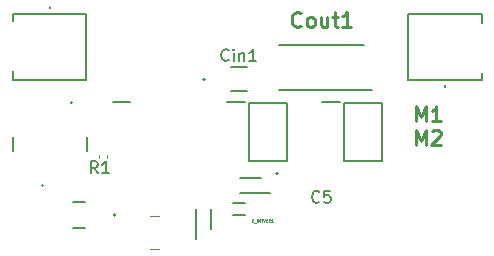
<source format=gbr>
%TF.GenerationSoftware,KiCad,Pcbnew,8.0.8*%
%TF.CreationDate,2025-02-16T12:35:09+01:00*%
%TF.ProjectId,step-down,73746570-2d64-46f7-976e-2e6b69636164,rev?*%
%TF.SameCoordinates,Original*%
%TF.FileFunction,Legend,Top*%
%TF.FilePolarity,Positive*%
%FSLAX46Y46*%
G04 Gerber Fmt 4.6, Leading zero omitted, Abs format (unit mm)*
G04 Created by KiCad (PCBNEW 8.0.8) date 2025-02-16 12:35:09*
%MOMM*%
%LPD*%
G01*
G04 APERTURE LIST*
%ADD10C,0.150000*%
%ADD11C,0.254000*%
%ADD12C,0.060464*%
%ADD13C,0.127000*%
%ADD14C,0.152400*%
%ADD15C,0.100000*%
%ADD16C,0.200000*%
%ADD17C,0.120000*%
G04 APERTURE END LIST*
D10*
X150833333Y-106359580D02*
X150785714Y-106407200D01*
X150785714Y-106407200D02*
X150642857Y-106454819D01*
X150642857Y-106454819D02*
X150547619Y-106454819D01*
X150547619Y-106454819D02*
X150404762Y-106407200D01*
X150404762Y-106407200D02*
X150309524Y-106311961D01*
X150309524Y-106311961D02*
X150261905Y-106216723D01*
X150261905Y-106216723D02*
X150214286Y-106026247D01*
X150214286Y-106026247D02*
X150214286Y-105883390D01*
X150214286Y-105883390D02*
X150261905Y-105692914D01*
X150261905Y-105692914D02*
X150309524Y-105597676D01*
X150309524Y-105597676D02*
X150404762Y-105502438D01*
X150404762Y-105502438D02*
X150547619Y-105454819D01*
X150547619Y-105454819D02*
X150642857Y-105454819D01*
X150642857Y-105454819D02*
X150785714Y-105502438D01*
X150785714Y-105502438D02*
X150833333Y-105550057D01*
X151738095Y-105454819D02*
X151261905Y-105454819D01*
X151261905Y-105454819D02*
X151214286Y-105931009D01*
X151214286Y-105931009D02*
X151261905Y-105883390D01*
X151261905Y-105883390D02*
X151357143Y-105835771D01*
X151357143Y-105835771D02*
X151595238Y-105835771D01*
X151595238Y-105835771D02*
X151690476Y-105883390D01*
X151690476Y-105883390D02*
X151738095Y-105931009D01*
X151738095Y-105931009D02*
X151785714Y-106026247D01*
X151785714Y-106026247D02*
X151785714Y-106264342D01*
X151785714Y-106264342D02*
X151738095Y-106359580D01*
X151738095Y-106359580D02*
X151690476Y-106407200D01*
X151690476Y-106407200D02*
X151595238Y-106454819D01*
X151595238Y-106454819D02*
X151357143Y-106454819D01*
X151357143Y-106454819D02*
X151261905Y-106407200D01*
X151261905Y-106407200D02*
X151214286Y-106359580D01*
D11*
X158971904Y-101574318D02*
X158971904Y-100304318D01*
X158971904Y-100304318D02*
X159395238Y-101211461D01*
X159395238Y-101211461D02*
X159818571Y-100304318D01*
X159818571Y-100304318D02*
X159818571Y-101574318D01*
X160362857Y-100425270D02*
X160423333Y-100364794D01*
X160423333Y-100364794D02*
X160544286Y-100304318D01*
X160544286Y-100304318D02*
X160846667Y-100304318D01*
X160846667Y-100304318D02*
X160967619Y-100364794D01*
X160967619Y-100364794D02*
X161028095Y-100425270D01*
X161028095Y-100425270D02*
X161088572Y-100546222D01*
X161088572Y-100546222D02*
X161088572Y-100667175D01*
X161088572Y-100667175D02*
X161028095Y-100848603D01*
X161028095Y-100848603D02*
X160302381Y-101574318D01*
X160302381Y-101574318D02*
X161088572Y-101574318D01*
X158971904Y-99574318D02*
X158971904Y-98304318D01*
X158971904Y-98304318D02*
X159395238Y-99211461D01*
X159395238Y-99211461D02*
X159818571Y-98304318D01*
X159818571Y-98304318D02*
X159818571Y-99574318D01*
X161088572Y-99574318D02*
X160362857Y-99574318D01*
X160725714Y-99574318D02*
X160725714Y-98304318D01*
X160725714Y-98304318D02*
X160604762Y-98485746D01*
X160604762Y-98485746D02*
X160483810Y-98606699D01*
X160483810Y-98606699D02*
X160362857Y-98667175D01*
D10*
X132058333Y-103954819D02*
X131725000Y-103478628D01*
X131486905Y-103954819D02*
X131486905Y-102954819D01*
X131486905Y-102954819D02*
X131867857Y-102954819D01*
X131867857Y-102954819D02*
X131963095Y-103002438D01*
X131963095Y-103002438D02*
X132010714Y-103050057D01*
X132010714Y-103050057D02*
X132058333Y-103145295D01*
X132058333Y-103145295D02*
X132058333Y-103288152D01*
X132058333Y-103288152D02*
X132010714Y-103383390D01*
X132010714Y-103383390D02*
X131963095Y-103431009D01*
X131963095Y-103431009D02*
X131867857Y-103478628D01*
X131867857Y-103478628D02*
X131486905Y-103478628D01*
X133010714Y-103954819D02*
X132439286Y-103954819D01*
X132725000Y-103954819D02*
X132725000Y-102954819D01*
X132725000Y-102954819D02*
X132629762Y-103097676D01*
X132629762Y-103097676D02*
X132534524Y-103192914D01*
X132534524Y-103192914D02*
X132439286Y-103240533D01*
X143142857Y-94359580D02*
X143095238Y-94407200D01*
X143095238Y-94407200D02*
X142952381Y-94454819D01*
X142952381Y-94454819D02*
X142857143Y-94454819D01*
X142857143Y-94454819D02*
X142714286Y-94407200D01*
X142714286Y-94407200D02*
X142619048Y-94311961D01*
X142619048Y-94311961D02*
X142571429Y-94216723D01*
X142571429Y-94216723D02*
X142523810Y-94026247D01*
X142523810Y-94026247D02*
X142523810Y-93883390D01*
X142523810Y-93883390D02*
X142571429Y-93692914D01*
X142571429Y-93692914D02*
X142619048Y-93597676D01*
X142619048Y-93597676D02*
X142714286Y-93502438D01*
X142714286Y-93502438D02*
X142857143Y-93454819D01*
X142857143Y-93454819D02*
X142952381Y-93454819D01*
X142952381Y-93454819D02*
X143095238Y-93502438D01*
X143095238Y-93502438D02*
X143142857Y-93550057D01*
X143571429Y-94454819D02*
X143571429Y-93788152D01*
X143571429Y-93454819D02*
X143523810Y-93502438D01*
X143523810Y-93502438D02*
X143571429Y-93550057D01*
X143571429Y-93550057D02*
X143619048Y-93502438D01*
X143619048Y-93502438D02*
X143571429Y-93454819D01*
X143571429Y-93454819D02*
X143571429Y-93550057D01*
X144047619Y-93788152D02*
X144047619Y-94454819D01*
X144047619Y-93883390D02*
X144095238Y-93835771D01*
X144095238Y-93835771D02*
X144190476Y-93788152D01*
X144190476Y-93788152D02*
X144333333Y-93788152D01*
X144333333Y-93788152D02*
X144428571Y-93835771D01*
X144428571Y-93835771D02*
X144476190Y-93931009D01*
X144476190Y-93931009D02*
X144476190Y-94454819D01*
X145476190Y-94454819D02*
X144904762Y-94454819D01*
X145190476Y-94454819D02*
X145190476Y-93454819D01*
X145190476Y-93454819D02*
X145095238Y-93597676D01*
X145095238Y-93597676D02*
X145000000Y-93692914D01*
X145000000Y-93692914D02*
X144904762Y-93740533D01*
D11*
X149276428Y-91453365D02*
X149215952Y-91513842D01*
X149215952Y-91513842D02*
X149034523Y-91574318D01*
X149034523Y-91574318D02*
X148913571Y-91574318D01*
X148913571Y-91574318D02*
X148732142Y-91513842D01*
X148732142Y-91513842D02*
X148611190Y-91392889D01*
X148611190Y-91392889D02*
X148550713Y-91271937D01*
X148550713Y-91271937D02*
X148490237Y-91030032D01*
X148490237Y-91030032D02*
X148490237Y-90848603D01*
X148490237Y-90848603D02*
X148550713Y-90606699D01*
X148550713Y-90606699D02*
X148611190Y-90485746D01*
X148611190Y-90485746D02*
X148732142Y-90364794D01*
X148732142Y-90364794D02*
X148913571Y-90304318D01*
X148913571Y-90304318D02*
X149034523Y-90304318D01*
X149034523Y-90304318D02*
X149215952Y-90364794D01*
X149215952Y-90364794D02*
X149276428Y-90425270D01*
X150002142Y-91574318D02*
X149881190Y-91513842D01*
X149881190Y-91513842D02*
X149820713Y-91453365D01*
X149820713Y-91453365D02*
X149760237Y-91332413D01*
X149760237Y-91332413D02*
X149760237Y-90969556D01*
X149760237Y-90969556D02*
X149820713Y-90848603D01*
X149820713Y-90848603D02*
X149881190Y-90788127D01*
X149881190Y-90788127D02*
X150002142Y-90727651D01*
X150002142Y-90727651D02*
X150183571Y-90727651D01*
X150183571Y-90727651D02*
X150304523Y-90788127D01*
X150304523Y-90788127D02*
X150364999Y-90848603D01*
X150364999Y-90848603D02*
X150425475Y-90969556D01*
X150425475Y-90969556D02*
X150425475Y-91332413D01*
X150425475Y-91332413D02*
X150364999Y-91453365D01*
X150364999Y-91453365D02*
X150304523Y-91513842D01*
X150304523Y-91513842D02*
X150183571Y-91574318D01*
X150183571Y-91574318D02*
X150002142Y-91574318D01*
X151514047Y-90727651D02*
X151514047Y-91574318D01*
X150969761Y-90727651D02*
X150969761Y-91392889D01*
X150969761Y-91392889D02*
X151030238Y-91513842D01*
X151030238Y-91513842D02*
X151151190Y-91574318D01*
X151151190Y-91574318D02*
X151332619Y-91574318D01*
X151332619Y-91574318D02*
X151453571Y-91513842D01*
X151453571Y-91513842D02*
X151514047Y-91453365D01*
X151937381Y-90727651D02*
X152421190Y-90727651D01*
X152118809Y-90304318D02*
X152118809Y-91392889D01*
X152118809Y-91392889D02*
X152179286Y-91513842D01*
X152179286Y-91513842D02*
X152300238Y-91574318D01*
X152300238Y-91574318D02*
X152421190Y-91574318D01*
X153509762Y-91574318D02*
X152784047Y-91574318D01*
X153146904Y-91574318D02*
X153146904Y-90304318D01*
X153146904Y-90304318D02*
X153025952Y-90485746D01*
X153025952Y-90485746D02*
X152905000Y-90606699D01*
X152905000Y-90606699D02*
X152784047Y-90667175D01*
D12*
X145245645Y-108085708D02*
X145234128Y-108097225D01*
X145234128Y-108097225D02*
X145199578Y-108108741D01*
X145199578Y-108108741D02*
X145176544Y-108108741D01*
X145176544Y-108108741D02*
X145141993Y-108097225D01*
X145141993Y-108097225D02*
X145118960Y-108074191D01*
X145118960Y-108074191D02*
X145107443Y-108051157D01*
X145107443Y-108051157D02*
X145095926Y-108005090D01*
X145095926Y-108005090D02*
X145095926Y-107970539D01*
X145095926Y-107970539D02*
X145107443Y-107924472D01*
X145107443Y-107924472D02*
X145118960Y-107901438D01*
X145118960Y-107901438D02*
X145141993Y-107878404D01*
X145141993Y-107878404D02*
X145176544Y-107866887D01*
X145176544Y-107866887D02*
X145199578Y-107866887D01*
X145199578Y-107866887D02*
X145234128Y-107878404D01*
X145234128Y-107878404D02*
X145245645Y-107889921D01*
X145291713Y-108131775D02*
X145475982Y-108131775D01*
X145533567Y-108108741D02*
X145533567Y-107866887D01*
X145648736Y-108108741D02*
X145648736Y-107866887D01*
X145648736Y-107866887D02*
X145786938Y-108108741D01*
X145786938Y-108108741D02*
X145786938Y-107866887D01*
X145867556Y-107866887D02*
X146005759Y-107866887D01*
X145936657Y-108108741D02*
X145936657Y-107866887D01*
X146051826Y-107866887D02*
X146132444Y-108108741D01*
X146132444Y-108108741D02*
X146213062Y-107866887D01*
X146431882Y-108085708D02*
X146420365Y-108097225D01*
X146420365Y-108097225D02*
X146385815Y-108108741D01*
X146385815Y-108108741D02*
X146362781Y-108108741D01*
X146362781Y-108108741D02*
X146328230Y-108097225D01*
X146328230Y-108097225D02*
X146305197Y-108074191D01*
X146305197Y-108074191D02*
X146293680Y-108051157D01*
X146293680Y-108051157D02*
X146282163Y-108005090D01*
X146282163Y-108005090D02*
X146282163Y-107970539D01*
X146282163Y-107970539D02*
X146293680Y-107924472D01*
X146293680Y-107924472D02*
X146305197Y-107901438D01*
X146305197Y-107901438D02*
X146328230Y-107878404D01*
X146328230Y-107878404D02*
X146362781Y-107866887D01*
X146362781Y-107866887D02*
X146385815Y-107866887D01*
X146385815Y-107866887D02*
X146420365Y-107878404D01*
X146420365Y-107878404D02*
X146431882Y-107889921D01*
X146673736Y-108085708D02*
X146662219Y-108097225D01*
X146662219Y-108097225D02*
X146627669Y-108108741D01*
X146627669Y-108108741D02*
X146604635Y-108108741D01*
X146604635Y-108108741D02*
X146570084Y-108097225D01*
X146570084Y-108097225D02*
X146547051Y-108074191D01*
X146547051Y-108074191D02*
X146535534Y-108051157D01*
X146535534Y-108051157D02*
X146524017Y-108005090D01*
X146524017Y-108005090D02*
X146524017Y-107970539D01*
X146524017Y-107970539D02*
X146535534Y-107924472D01*
X146535534Y-107924472D02*
X146547051Y-107901438D01*
X146547051Y-107901438D02*
X146570084Y-107878404D01*
X146570084Y-107878404D02*
X146604635Y-107866887D01*
X146604635Y-107866887D02*
X146627669Y-107866887D01*
X146627669Y-107866887D02*
X146662219Y-107878404D01*
X146662219Y-107878404D02*
X146673736Y-107889921D01*
X146904073Y-108108741D02*
X146765871Y-108108741D01*
X146834972Y-108108741D02*
X146834972Y-107866887D01*
X146834972Y-107866887D02*
X146811938Y-107901438D01*
X146811938Y-107901438D02*
X146788905Y-107924472D01*
X146788905Y-107924472D02*
X146765871Y-107935989D01*
D13*
%TO.C,R4*%
X124850000Y-102100000D02*
X124850000Y-100900000D01*
X131150000Y-102100000D02*
X131150000Y-100900000D01*
D14*
%TO.C,C5*%
X147316500Y-104000000D02*
G75*
G02*
X147164100Y-104000000I-76200J0D01*
G01*
X147164100Y-104000000D02*
G75*
G02*
X147316500Y-104000000I76200J0D01*
G01*
D15*
%TO.C,L1*%
X137255000Y-107605000D02*
X136455000Y-107605000D01*
X137255000Y-110400000D02*
X136455000Y-110395000D01*
D16*
%TO.C,M2*%
X143025000Y-97895000D02*
X144550000Y-97895000D01*
X144900000Y-98050000D02*
X148100000Y-98050000D01*
X144900000Y-102950000D02*
X144900000Y-98050000D01*
X148100000Y-98050000D02*
X148100000Y-102950000D01*
X148100000Y-102950000D02*
X144900000Y-102950000D01*
%TO.C,M1*%
X151025000Y-97895000D02*
X152550000Y-97895000D01*
X152900000Y-98050000D02*
X156100000Y-98050000D01*
X152900000Y-102950000D02*
X152900000Y-98050000D01*
X156100000Y-98050000D02*
X156100000Y-102950000D01*
X156100000Y-102950000D02*
X152900000Y-102950000D01*
%TO.C,D1*%
X145850000Y-104375000D02*
X144150000Y-104375000D01*
X146675000Y-105625000D02*
X144150000Y-105625000D01*
D14*
%TO.C,Cin1*%
X143316950Y-97028700D02*
X144683050Y-97028700D01*
X144683050Y-94971300D02*
X143316950Y-94971300D01*
X141135400Y-96000000D02*
G75*
G02*
X140983000Y-96000000I-76200J0D01*
G01*
X140983000Y-96000000D02*
G75*
G02*
X141135400Y-96000000I76200J0D01*
G01*
D16*
%TO.C,D2*%
X140375000Y-109525000D02*
X140375000Y-107000000D01*
X141625000Y-108700000D02*
X141625000Y-107000000D01*
%TO.C,J2*%
X158360000Y-90500000D02*
X164560000Y-90500000D01*
X158360000Y-96040000D02*
X158360000Y-90500000D01*
X161460000Y-96540000D02*
X161460000Y-96540000D01*
X161460000Y-96640000D02*
X161460000Y-96640000D01*
X161460000Y-96640000D02*
X161460000Y-96640000D01*
X164560000Y-90500000D02*
X164560000Y-91240000D01*
X164560000Y-95440000D02*
X164560000Y-96040000D01*
X164560000Y-96040000D02*
X158360000Y-96040000D01*
X161460000Y-96540000D02*
G75*
G02*
X161460000Y-96640000I0J-50000D01*
G01*
X161460000Y-96540000D02*
G75*
G02*
X161460000Y-96640000I0J-50000D01*
G01*
X161460000Y-96640000D02*
G75*
G02*
X161460000Y-96540000I0J50000D01*
G01*
%TO.C,Cout1*%
X147380000Y-96905000D02*
X155300000Y-96905000D01*
X154620000Y-93095000D02*
X147380000Y-93095000D01*
D14*
%TO.C,C3*%
X129994750Y-108579500D02*
X131005250Y-108579500D01*
X131005250Y-106420500D02*
X129994750Y-106420500D01*
X133567800Y-107500000D02*
G75*
G02*
X133415400Y-107500000I-76200J0D01*
G01*
X133415400Y-107500000D02*
G75*
G02*
X133567800Y-107500000I76200J0D01*
G01*
D16*
%TO.C,J1*%
X124900000Y-90500000D02*
X131100000Y-90500000D01*
X124900000Y-91100000D02*
X124900000Y-90500000D01*
X124900000Y-96040000D02*
X124900000Y-95300000D01*
X128000000Y-89900000D02*
X128000000Y-89900000D01*
X128000000Y-89900000D02*
X128000000Y-89900000D01*
X128000000Y-90000000D02*
X128000000Y-90000000D01*
X131100000Y-90500000D02*
X131100000Y-96040000D01*
X131100000Y-96040000D02*
X124900000Y-96040000D01*
X128000000Y-89900000D02*
G75*
G02*
X128000000Y-90000000I0J-50000D01*
G01*
X128000000Y-90000000D02*
G75*
G02*
X128000000Y-89900000I0J50000D01*
G01*
X128000000Y-90000000D02*
G75*
G02*
X128000000Y-89900000I0J50000D01*
G01*
%TO.C,IC1*%
X133350000Y-97924100D02*
X134800000Y-97924100D01*
D13*
%TO.C,C_INTVCC1*%
X143500000Y-107480000D02*
X144500000Y-107480000D01*
X144500000Y-106520000D02*
X143500000Y-106520000D01*
D14*
%TO.C,C1*%
X127460900Y-105000000D02*
G75*
G02*
X127308500Y-105000000I-76200J0D01*
G01*
X127308500Y-105000000D02*
G75*
G02*
X127460900Y-105000000I76200J0D01*
G01*
%TO.C,C2*%
X129885200Y-98000000D02*
G75*
G02*
X129732800Y-98000000I-76200J0D01*
G01*
X129732800Y-98000000D02*
G75*
G02*
X129885200Y-98000000I76200J0D01*
G01*
D17*
%TO.C,C4*%
X132140000Y-102627836D02*
X132140000Y-102412164D01*
X132860000Y-102627836D02*
X132860000Y-102412164D01*
%TD*%
M02*

</source>
